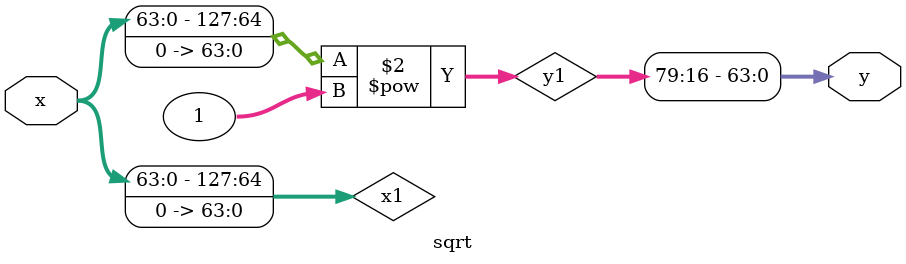
<source format=v>
module sqrt(x,y);

input [63:0] x;
output [63:0] y;

parameter k = 64;

wire [63 + k:0] x1;
wire [63 + k:0] y1;
wire [63:0] y;

assign x1 = x <<< k;
assign y1 = x1 ** 0.5;
assign y = y1[(k - 32)/2 + 63:(k - 32)/2];

endmodule
</source>
